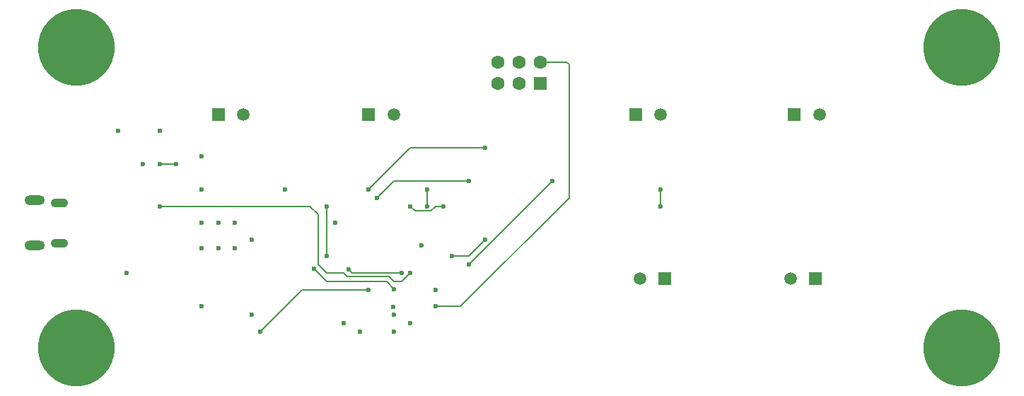
<source format=gbr>
%TF.GenerationSoftware,KiCad,Pcbnew,8.0.4*%
%TF.CreationDate,2024-11-12T21:14:04-08:00*%
%TF.ProjectId,Butterfly_v0,42757474-6572-4666-9c79-5f76302e6b69,rev?*%
%TF.SameCoordinates,Original*%
%TF.FileFunction,Copper,L4,Bot*%
%TF.FilePolarity,Positive*%
%FSLAX46Y46*%
G04 Gerber Fmt 4.6, Leading zero omitted, Abs format (unit mm)*
G04 Created by KiCad (PCBNEW 8.0.4) date 2024-11-12 21:14:04*
%MOMM*%
%LPD*%
G01*
G04 APERTURE LIST*
%TA.AperFunction,ComponentPad*%
%ADD10C,1.520000*%
%TD*%
%TA.AperFunction,ComponentPad*%
%ADD11R,1.520000X1.520000*%
%TD*%
%TA.AperFunction,SMDPad,CuDef*%
%ADD12O,2.100000X1.050000*%
%TD*%
%TA.AperFunction,ComponentPad*%
%ADD13O,2.400000X1.200000*%
%TD*%
%TA.AperFunction,ComponentPad*%
%ADD14O,1.460000X0.730000*%
%TD*%
%TA.AperFunction,ComponentPad*%
%ADD15C,9.200000*%
%TD*%
%TA.AperFunction,ComponentPad*%
%ADD16R,1.605000X1.605000*%
%TD*%
%TA.AperFunction,ComponentPad*%
%ADD17C,1.605000*%
%TD*%
%TA.AperFunction,ViaPad*%
%ADD18C,0.600000*%
%TD*%
%TA.AperFunction,Conductor*%
%ADD19C,0.150000*%
%TD*%
G04 APERTURE END LIST*
D10*
%TO.P,J6,2,2*%
%TO.N,GND*%
X142500000Y-84680000D03*
D11*
%TO.P,J6,1,1*%
%TO.N,Net-(J6-Pad1)*%
X145500000Y-84680000D03*
%TD*%
%TO.P,J4,1,1*%
%TO.N,+12V*%
X124000000Y-65000000D03*
D10*
%TO.P,J4,2,2*%
%TO.N,Net-(J4-Pad2)*%
X127000000Y-65000000D03*
%TD*%
D12*
%TO.P,J2,11,SHIELD*%
%TO.N,GND*%
X55030000Y-80425000D03*
%TO.P,J2,10,SHIELD*%
X55030000Y-75575000D03*
D13*
%TO.P,J2,9,SHIELD*%
X52000000Y-80725000D03*
%TO.P,J2,8,SHIELD*%
X52000000Y-75275000D03*
D14*
%TO.P,J2,7,SHIELD*%
X55030000Y-80425000D03*
%TO.P,J2,6,SHIELD*%
X55030000Y-75575000D03*
%TD*%
D11*
%TO.P,J7,1,1*%
%TO.N,Net-(J7-Pad1)*%
X127500000Y-84680000D03*
D10*
%TO.P,J7,2,2*%
%TO.N,GND*%
X124500000Y-84680000D03*
%TD*%
D11*
%TO.P,J3,1,1*%
%TO.N,+12V*%
X92000000Y-65000000D03*
D10*
%TO.P,J3,2,2*%
%TO.N,Net-(D2-PadA)*%
X95000000Y-65000000D03*
%TD*%
D15*
%TO.P,H3,1,1*%
%TO.N,GND*%
X163000000Y-93000000D03*
%TD*%
D10*
%TO.P,J5,2,2*%
%TO.N,Net-(J5-Pad2)*%
X146000000Y-65000000D03*
D11*
%TO.P,J5,1,1*%
%TO.N,+12V*%
X143000000Y-65000000D03*
%TD*%
D15*
%TO.P,H2,1,1*%
%TO.N,GND*%
X57000000Y-93000000D03*
%TD*%
D10*
%TO.P,J1,2,2*%
%TO.N,GND*%
X77000000Y-65000000D03*
D11*
%TO.P,J1,1,1*%
%TO.N,Net-(D1-A)*%
X74000000Y-65000000D03*
%TD*%
D15*
%TO.P,H4,1,1*%
%TO.N,GND*%
X163000000Y-57000000D03*
%TD*%
%TO.P,H1,1,1*%
%TO.N,GND*%
X57000000Y-57000000D03*
%TD*%
D16*
%TO.P,J8,1,1*%
%TO.N,MISO*%
X112540000Y-61270000D03*
D17*
%TO.P,J8,2,2*%
%TO.N,+3.3V*%
X112540000Y-58730000D03*
%TO.P,J8,3,3*%
%TO.N,SCK*%
X110000000Y-61270000D03*
%TO.P,J8,4,4*%
%TO.N,MOSI*%
X110000000Y-58730000D03*
%TO.P,J8,5,5*%
%TO.N,RESET*%
X107460000Y-61270000D03*
%TO.P,J8,6,6*%
%TO.N,GND*%
X107460000Y-58730000D03*
%TD*%
D18*
%TO.N,+3.3V*%
X100000000Y-88000000D03*
X94934413Y-88065587D03*
X95000000Y-89000000D03*
X95000000Y-91000000D03*
X91000000Y-91000000D03*
X89000000Y-90000000D03*
X97000000Y-90000000D03*
X100000000Y-86000000D03*
X98374999Y-80675000D03*
X78000000Y-80000000D03*
X88000000Y-78000000D03*
X78000000Y-89000000D03*
X72000000Y-88000000D03*
X72000000Y-81000000D03*
X74000000Y-81000000D03*
X76000000Y-81000000D03*
X76000000Y-78000000D03*
X74000000Y-78000000D03*
X72000000Y-78000000D03*
X63000000Y-84000000D03*
X65000000Y-71000000D03*
X67000000Y-67000000D03*
X62000000Y-67000000D03*
%TO.N,+12V*%
X82000000Y-74000000D03*
X72000000Y-74000000D03*
X72000000Y-70000000D03*
%TO.N,SCK*%
X92000000Y-74000000D03*
X106000000Y-69000000D03*
%TO.N,RESET*%
X85500000Y-83500000D03*
X87000000Y-82000000D03*
X95077087Y-85922913D03*
X87000000Y-76000000D03*
%TO.N,Net-(U6-~{DTR}#)*%
X67000000Y-71000000D03*
X69000000Y-71000000D03*
%TO.N,TX-O*%
X97000000Y-84000000D03*
%TO.N,RX-I*%
X96000000Y-84000000D03*
X89617408Y-83567429D03*
%TO.N,TX-O*%
X67000000Y-76000000D03*
%TO.N,RESET*%
X104000000Y-83000000D03*
X114000000Y-73000000D03*
%TO.N,MISO*%
X93000000Y-75000000D03*
X104000000Y-73000000D03*
%TO.N,PD6*%
X127000000Y-74000000D03*
X127000000Y-76000000D03*
%TO.N,PD3*%
X102000000Y-82000000D03*
X106000000Y-80000000D03*
%TO.N,PD6*%
X97000000Y-76000000D03*
X101000000Y-76000000D03*
%TO.N,PD5*%
X99000000Y-76000000D03*
X99000000Y-76000000D03*
X99000000Y-76000000D03*
X99000000Y-74000000D03*
X99000000Y-74000000D03*
X99000000Y-74000000D03*
%TO.N,SCL*%
X79000000Y-91000000D03*
X79000000Y-91000000D03*
X79000000Y-91000000D03*
X92000000Y-86000000D03*
%TD*%
D19*
%TO.N,TX-O*%
X67000000Y-76000000D02*
X85000000Y-76000000D01*
X94425000Y-84425000D02*
X95000000Y-85000000D01*
X95000000Y-85000000D02*
X96000000Y-85000000D01*
X96000000Y-85000000D02*
X97000000Y-84000000D01*
X86000000Y-77000000D02*
X86000000Y-83000000D01*
X87000000Y-84000000D02*
X89000000Y-84000000D01*
X85000000Y-76000000D02*
X86000000Y-77000000D01*
X86000000Y-83000000D02*
X87000000Y-84000000D01*
X89000000Y-84000000D02*
X89425000Y-84425000D01*
X89425000Y-84425000D02*
X94425000Y-84425000D01*
%TO.N,RESET*%
X95077087Y-85922913D02*
X94154174Y-85000000D01*
X94154174Y-85000000D02*
X87000000Y-85000000D01*
X87000000Y-85000000D02*
X85500000Y-83500000D01*
%TO.N,RX-I*%
X89617408Y-83567429D02*
X90049979Y-84000000D01*
X90049979Y-84000000D02*
X96000000Y-84000000D01*
%TO.N,+3.3V*%
X115730000Y-58730000D02*
X116000000Y-59000000D01*
X116000000Y-75000000D02*
X103000000Y-88000000D01*
X112540000Y-58730000D02*
X115730000Y-58730000D01*
X103000000Y-88000000D02*
X100000000Y-88000000D01*
X116000000Y-59000000D02*
X116000000Y-75000000D01*
%TO.N,SCK*%
X97000000Y-69000000D02*
X92000000Y-74000000D01*
X106000000Y-69000000D02*
X97000000Y-69000000D01*
%TO.N,RESET*%
X87000000Y-76000000D02*
X87000000Y-82000000D01*
%TO.N,Net-(U6-~{DTR}#)*%
X69000000Y-71000000D02*
X67000000Y-71000000D01*
%TO.N,RESET*%
X114000000Y-73000000D02*
X104000000Y-83000000D01*
%TO.N,MISO*%
X104000000Y-73000000D02*
X95000000Y-73000000D01*
X95000000Y-73000000D02*
X93000000Y-75000000D01*
%TO.N,PD6*%
X127000000Y-76000000D02*
X127000000Y-74000000D01*
%TO.N,PD3*%
X104000000Y-82000000D02*
X102000000Y-82000000D01*
X106000000Y-80000000D02*
X104000000Y-82000000D01*
%TO.N,PD6*%
X101000000Y-76000000D02*
X100000000Y-76000000D01*
X100000000Y-76000000D02*
X99425000Y-76575000D01*
X99425000Y-76575000D02*
X97575000Y-76575000D01*
X97575000Y-76575000D02*
X97000000Y-76000000D01*
%TO.N,PD5*%
X99000000Y-74000000D02*
X99000000Y-76000000D01*
%TO.N,SCL*%
X84000000Y-86000000D02*
X79000000Y-91000000D01*
X92000000Y-86000000D02*
X84000000Y-86000000D01*
%TD*%
M02*

</source>
